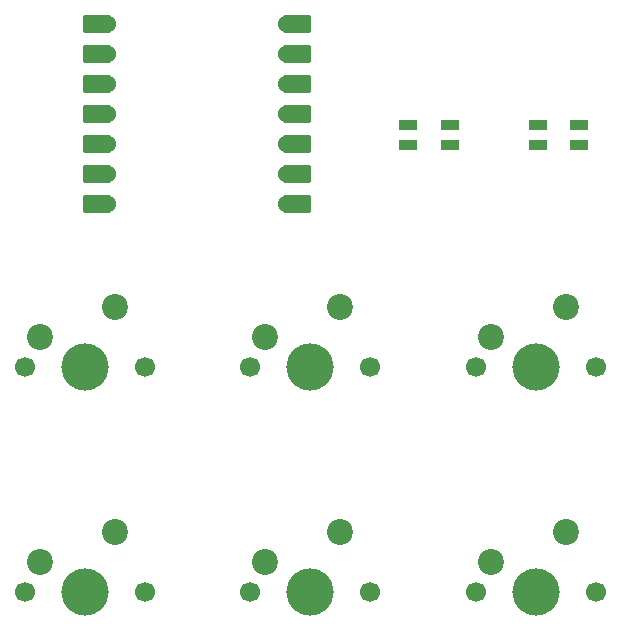
<source format=gbr>
%TF.GenerationSoftware,KiCad,Pcbnew,9.0.2*%
%TF.CreationDate,2025-07-08T20:10:04-07:00*%
%TF.ProjectId,Hackpad,4861636b-7061-4642-9e6b-696361645f70,rev?*%
%TF.SameCoordinates,Original*%
%TF.FileFunction,Soldermask,Top*%
%TF.FilePolarity,Negative*%
%FSLAX46Y46*%
G04 Gerber Fmt 4.6, Leading zero omitted, Abs format (unit mm)*
G04 Created by KiCad (PCBNEW 9.0.2) date 2025-07-08 20:10:04*
%MOMM*%
%LPD*%
G01*
G04 APERTURE LIST*
G04 Aperture macros list*
%AMRoundRect*
0 Rectangle with rounded corners*
0 $1 Rounding radius*
0 $2 $3 $4 $5 $6 $7 $8 $9 X,Y pos of 4 corners*
0 Add a 4 corners polygon primitive as box body*
4,1,4,$2,$3,$4,$5,$6,$7,$8,$9,$2,$3,0*
0 Add four circle primitives for the rounded corners*
1,1,$1+$1,$2,$3*
1,1,$1+$1,$4,$5*
1,1,$1+$1,$6,$7*
1,1,$1+$1,$8,$9*
0 Add four rect primitives between the rounded corners*
20,1,$1+$1,$2,$3,$4,$5,0*
20,1,$1+$1,$4,$5,$6,$7,0*
20,1,$1+$1,$6,$7,$8,$9,0*
20,1,$1+$1,$8,$9,$2,$3,0*%
G04 Aperture macros list end*
%ADD10R,1.600000X0.850000*%
%ADD11C,1.700000*%
%ADD12C,4.000000*%
%ADD13C,2.200000*%
%ADD14RoundRect,0.152400X-1.063600X-0.609600X1.063600X-0.609600X1.063600X0.609600X-1.063600X0.609600X0*%
%ADD15C,1.524000*%
%ADD16RoundRect,0.152400X1.063600X0.609600X-1.063600X0.609600X-1.063600X-0.609600X1.063600X-0.609600X0*%
G04 APERTURE END LIST*
D10*
%TO.C,D3*%
X170250000Y-96125000D03*
X170250000Y-97875000D03*
X173750000Y-97875000D03*
X173750000Y-96125000D03*
%TD*%
%TO.C,D1*%
X181250000Y-96125000D03*
X181250000Y-97875000D03*
X184750000Y-97875000D03*
X184750000Y-96125000D03*
%TD*%
D11*
%TO.C,SW6*%
X176030000Y-135731250D03*
D12*
X181110000Y-135731250D03*
D11*
X186190000Y-135731250D03*
D13*
X183650000Y-130651250D03*
X177300000Y-133191250D03*
%TD*%
D11*
%TO.C,SW5*%
X176030000Y-116681250D03*
D12*
X181110000Y-116681250D03*
D11*
X186190000Y-116681250D03*
D13*
X183650000Y-111601250D03*
X177300000Y-114141250D03*
%TD*%
D14*
%TO.C,U1*%
X160855000Y-87630000D03*
D15*
X160020000Y-87630000D03*
D14*
X160855000Y-90170000D03*
D15*
X160020000Y-90170000D03*
D14*
X160855000Y-92710000D03*
D15*
X160020000Y-92710000D03*
D14*
X160855000Y-95250000D03*
D15*
X160020000Y-95250000D03*
D14*
X160855000Y-97790000D03*
D15*
X160020000Y-97790000D03*
D14*
X160855000Y-100330000D03*
D15*
X160020000Y-100330000D03*
D14*
X160855000Y-102870000D03*
D15*
X160020000Y-102870000D03*
X144780000Y-102870000D03*
D16*
X143945000Y-102870000D03*
D15*
X144780000Y-100330000D03*
D16*
X143945000Y-100330000D03*
D15*
X144780000Y-97790000D03*
D16*
X143945000Y-97790000D03*
D15*
X144780000Y-95250000D03*
D16*
X143945000Y-95250000D03*
D15*
X144780000Y-92710000D03*
D16*
X143945000Y-92710000D03*
D15*
X144780000Y-90170000D03*
D16*
X143945000Y-90170000D03*
D15*
X144780000Y-87630000D03*
D16*
X143945000Y-87630000D03*
%TD*%
D11*
%TO.C,SW4*%
X156845000Y-135731250D03*
D12*
X161925000Y-135731250D03*
D11*
X167005000Y-135731250D03*
D13*
X164465000Y-130651250D03*
X158115000Y-133191250D03*
%TD*%
D11*
%TO.C,SW3*%
X137795000Y-135731250D03*
D12*
X142875000Y-135731250D03*
D11*
X147955000Y-135731250D03*
D13*
X145415000Y-130651250D03*
X139065000Y-133191250D03*
%TD*%
D11*
%TO.C,SW2*%
X137795000Y-116681250D03*
D12*
X142875000Y-116681250D03*
D11*
X147955000Y-116681250D03*
D13*
X145415000Y-111601250D03*
X139065000Y-114141250D03*
%TD*%
D11*
%TO.C,SW1*%
X156845000Y-116681250D03*
D12*
X161925000Y-116681250D03*
D11*
X167005000Y-116681250D03*
D13*
X164465000Y-111601250D03*
X158115000Y-114141250D03*
%TD*%
M02*

</source>
